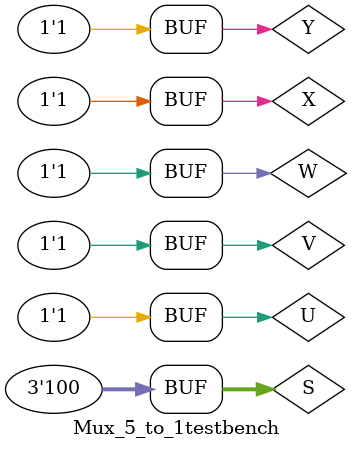
<source format=sv>
module Mux_5_to_1(input U,input V,input W,input X,input Y,input [2:0]S,output M);
//input U,V,W,X,Y,[3:0]S;
//trying out a different format for declaring inputs
assign M=(~S[0] & ~S[1] & ~S[2] & U| //u when s=0
			  S[0] & ~S[1] & ~S[2] & V| //v when s=1
			 ~S[0] &  S[1] & ~S[2] & W| //w when s=2
			  S[0] &  S[1] & ~S[2] & X| //x when s=3
			 ~S[0] & ~S[1] &  S[2] & Y);//y when s=4

endmodule
module Mux_5_to_1testbench();
reg X;
reg Y;
reg U;
reg W;
reg V;
reg [2:0] S;
reg M;
Mux_5_to_1 DUT(.U(U),.V(V),.W(W),.X(X),.Y(Y),.S(S),.M(M));
initial begin
	for(int i=0;i<5;i++)begin
	S=i;
		for(int j=0;j<2;j++)begin
		X=j;
			for(int k=0;k<2;k++)begin
			Y=k;
				for(int l=0;l<2;l++)begin
				U=l;
					for(int m=0;m<2;m++)begin
					V=m;
						for(int n=0;n<2;n++)begin
						W=n;
						#10;
						end
					end
				
				end
			end
		end
	end
end
endmodule
</source>
